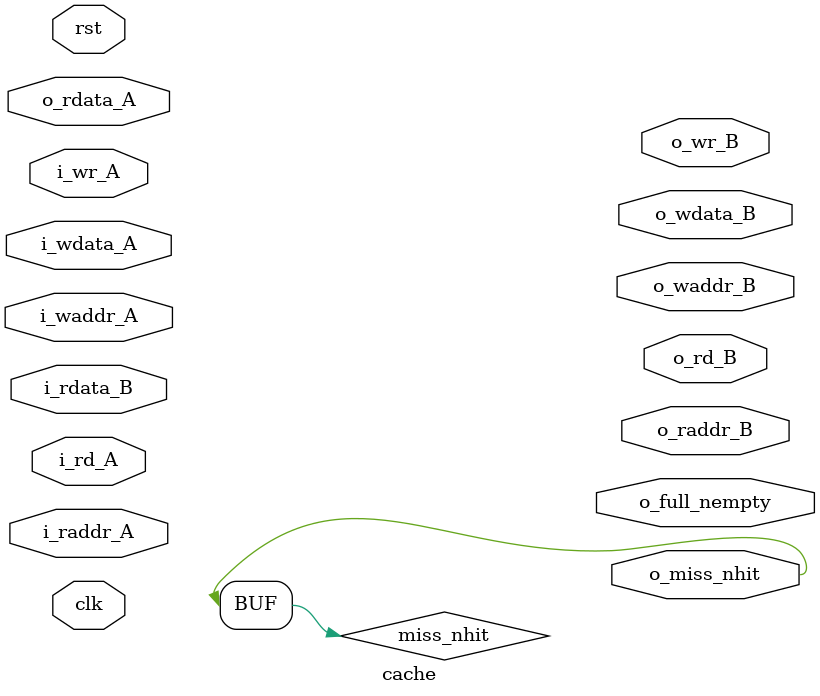
<source format=v>

module cache #(
    parameter DWIDTH = 16,
    parameter AWIDTH = 10 
) (
    input clk,
    input rst,
    // flags
    output o_miss_nhit,
    output o_full_nempty,
    // PORTA - fast
    input i_wr_A,
    input[DWIDTH-1 : 0] i_wdata_A,
    input[AWIDTH-1 : 0] i_waddr_A,
    input i_rd_A,
    input[DWIDTH-1 : 0] o_rdata_A,
    input[AWIDTH-1 : 0] i_raddr_A,
    // PORTB - slow
    output o_wr_B,
    output[DWIDTH-1 : 0] o_wdata_B,
    output[AWIDTH-1 : 0] o_waddr_B,
    output o_rd_B,
    input[DWIDTH-1 : 0] i_rdata_B,
    output[AWIDTH-1 : 0] o_raddr_B
);

reg miss_nhit;

// output assignments
assign o_miss_nhit = miss_nhit;


// generating sets


// always @(posedge clk) begin
    
//     if (i_rd_A) begin
//         if i_raddr_A=
//     end

// end
    
endmodule
</source>
